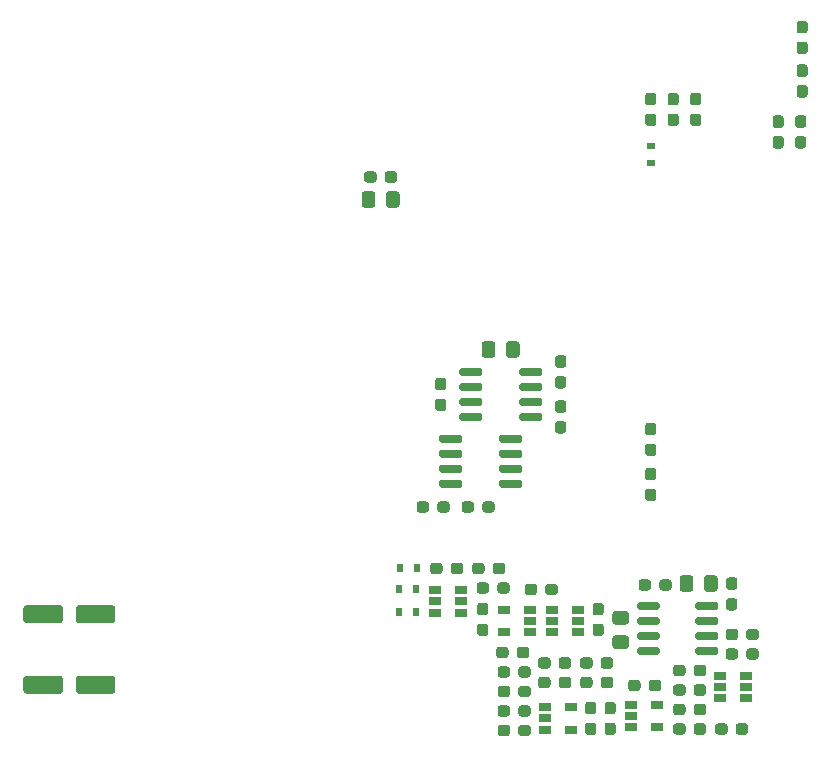
<source format=gbr>
%TF.GenerationSoftware,KiCad,Pcbnew,5.1.9-1.fc32*%
%TF.CreationDate,2021-04-18T22:57:20+02:00*%
%TF.ProjectId,energy-meter,656e6572-6779-42d6-9d65-7465722e6b69,rev?*%
%TF.SameCoordinates,Original*%
%TF.FileFunction,Paste,Top*%
%TF.FilePolarity,Positive*%
%FSLAX46Y46*%
G04 Gerber Fmt 4.6, Leading zero omitted, Abs format (unit mm)*
G04 Created by KiCad (PCBNEW 5.1.9-1.fc32) date 2021-04-18 22:57:20*
%MOMM*%
%LPD*%
G01*
G04 APERTURE LIST*
%ADD10R,0.600000X0.700000*%
%ADD11R,1.060000X0.650000*%
%ADD12R,0.700000X0.600000*%
G04 APERTURE END LIST*
D10*
%TO.C,D6*%
X147218000Y-140617000D03*
X148618000Y-140617000D03*
%TD*%
D11*
%TO.C,U12*%
X168980000Y-152174000D03*
X168980000Y-154074000D03*
X166780000Y-154074000D03*
X166780000Y-153124000D03*
X166780000Y-152174000D03*
%TD*%
%TO.C,U11*%
X176515000Y-150650000D03*
X176515000Y-149700000D03*
X176515000Y-151600000D03*
X174315000Y-151600000D03*
X174315000Y-150650000D03*
X174315000Y-149700000D03*
%TD*%
%TO.C,U10*%
X156027000Y-146012000D03*
X156027000Y-144112000D03*
X158227000Y-144112000D03*
X158227000Y-145062000D03*
X158227000Y-146012000D03*
%TD*%
%TO.C,U8*%
X152385000Y-143411000D03*
X152385000Y-142461000D03*
X152385000Y-144361000D03*
X150185000Y-144361000D03*
X150185000Y-143411000D03*
X150185000Y-142461000D03*
%TD*%
%TO.C,U7*%
G36*
G01*
X172216000Y-143942000D02*
X172216000Y-143642000D01*
G75*
G02*
X172366000Y-143492000I150000J0D01*
G01*
X174016000Y-143492000D01*
G75*
G02*
X174166000Y-143642000I0J-150000D01*
G01*
X174166000Y-143942000D01*
G75*
G02*
X174016000Y-144092000I-150000J0D01*
G01*
X172366000Y-144092000D01*
G75*
G02*
X172216000Y-143942000I0J150000D01*
G01*
G37*
G36*
G01*
X172216000Y-145212000D02*
X172216000Y-144912000D01*
G75*
G02*
X172366000Y-144762000I150000J0D01*
G01*
X174016000Y-144762000D01*
G75*
G02*
X174166000Y-144912000I0J-150000D01*
G01*
X174166000Y-145212000D01*
G75*
G02*
X174016000Y-145362000I-150000J0D01*
G01*
X172366000Y-145362000D01*
G75*
G02*
X172216000Y-145212000I0J150000D01*
G01*
G37*
G36*
G01*
X172216000Y-146482000D02*
X172216000Y-146182000D01*
G75*
G02*
X172366000Y-146032000I150000J0D01*
G01*
X174016000Y-146032000D01*
G75*
G02*
X174166000Y-146182000I0J-150000D01*
G01*
X174166000Y-146482000D01*
G75*
G02*
X174016000Y-146632000I-150000J0D01*
G01*
X172366000Y-146632000D01*
G75*
G02*
X172216000Y-146482000I0J150000D01*
G01*
G37*
G36*
G01*
X172216000Y-147752000D02*
X172216000Y-147452000D01*
G75*
G02*
X172366000Y-147302000I150000J0D01*
G01*
X174016000Y-147302000D01*
G75*
G02*
X174166000Y-147452000I0J-150000D01*
G01*
X174166000Y-147752000D01*
G75*
G02*
X174016000Y-147902000I-150000J0D01*
G01*
X172366000Y-147902000D01*
G75*
G02*
X172216000Y-147752000I0J150000D01*
G01*
G37*
G36*
G01*
X167266000Y-147752000D02*
X167266000Y-147452000D01*
G75*
G02*
X167416000Y-147302000I150000J0D01*
G01*
X169066000Y-147302000D01*
G75*
G02*
X169216000Y-147452000I0J-150000D01*
G01*
X169216000Y-147752000D01*
G75*
G02*
X169066000Y-147902000I-150000J0D01*
G01*
X167416000Y-147902000D01*
G75*
G02*
X167266000Y-147752000I0J150000D01*
G01*
G37*
G36*
G01*
X167266000Y-146482000D02*
X167266000Y-146182000D01*
G75*
G02*
X167416000Y-146032000I150000J0D01*
G01*
X169066000Y-146032000D01*
G75*
G02*
X169216000Y-146182000I0J-150000D01*
G01*
X169216000Y-146482000D01*
G75*
G02*
X169066000Y-146632000I-150000J0D01*
G01*
X167416000Y-146632000D01*
G75*
G02*
X167266000Y-146482000I0J150000D01*
G01*
G37*
G36*
G01*
X167266000Y-145212000D02*
X167266000Y-144912000D01*
G75*
G02*
X167416000Y-144762000I150000J0D01*
G01*
X169066000Y-144762000D01*
G75*
G02*
X169216000Y-144912000I0J-150000D01*
G01*
X169216000Y-145212000D01*
G75*
G02*
X169066000Y-145362000I-150000J0D01*
G01*
X167416000Y-145362000D01*
G75*
G02*
X167266000Y-145212000I0J150000D01*
G01*
G37*
G36*
G01*
X167266000Y-143942000D02*
X167266000Y-143642000D01*
G75*
G02*
X167416000Y-143492000I150000J0D01*
G01*
X169066000Y-143492000D01*
G75*
G02*
X169216000Y-143642000I0J-150000D01*
G01*
X169216000Y-143942000D01*
G75*
G02*
X169066000Y-144092000I-150000J0D01*
G01*
X167416000Y-144092000D01*
G75*
G02*
X167266000Y-143942000I0J150000D01*
G01*
G37*
%TD*%
%TO.C,R27*%
G36*
G01*
X175827000Y-145967500D02*
X175827000Y-146442500D01*
G75*
G02*
X175589500Y-146680000I-237500J0D01*
G01*
X175014500Y-146680000D01*
G75*
G02*
X174777000Y-146442500I0J237500D01*
G01*
X174777000Y-145967500D01*
G75*
G02*
X175014500Y-145730000I237500J0D01*
G01*
X175589500Y-145730000D01*
G75*
G02*
X175827000Y-145967500I0J-237500D01*
G01*
G37*
G36*
G01*
X177577000Y-145967500D02*
X177577000Y-146442500D01*
G75*
G02*
X177339500Y-146680000I-237500J0D01*
G01*
X176764500Y-146680000D01*
G75*
G02*
X176527000Y-146442500I0J237500D01*
G01*
X176527000Y-145967500D01*
G75*
G02*
X176764500Y-145730000I237500J0D01*
G01*
X177339500Y-145730000D01*
G75*
G02*
X177577000Y-145967500I0J-237500D01*
G01*
G37*
%TD*%
%TO.C,R26*%
G36*
G01*
X172082000Y-149490500D02*
X172082000Y-149015500D01*
G75*
G02*
X172319500Y-148778000I237500J0D01*
G01*
X172894500Y-148778000D01*
G75*
G02*
X173132000Y-149015500I0J-237500D01*
G01*
X173132000Y-149490500D01*
G75*
G02*
X172894500Y-149728000I-237500J0D01*
G01*
X172319500Y-149728000D01*
G75*
G02*
X172082000Y-149490500I0J237500D01*
G01*
G37*
G36*
G01*
X170332000Y-149490500D02*
X170332000Y-149015500D01*
G75*
G02*
X170569500Y-148778000I237500J0D01*
G01*
X171144500Y-148778000D01*
G75*
G02*
X171382000Y-149015500I0J-237500D01*
G01*
X171382000Y-149490500D01*
G75*
G02*
X171144500Y-149728000I-237500J0D01*
G01*
X170569500Y-149728000D01*
G75*
G02*
X170332000Y-149490500I0J237500D01*
G01*
G37*
%TD*%
%TO.C,R25*%
G36*
G01*
X172082000Y-151141500D02*
X172082000Y-150666500D01*
G75*
G02*
X172319500Y-150429000I237500J0D01*
G01*
X172894500Y-150429000D01*
G75*
G02*
X173132000Y-150666500I0J-237500D01*
G01*
X173132000Y-151141500D01*
G75*
G02*
X172894500Y-151379000I-237500J0D01*
G01*
X172319500Y-151379000D01*
G75*
G02*
X172082000Y-151141500I0J237500D01*
G01*
G37*
G36*
G01*
X170332000Y-151141500D02*
X170332000Y-150666500D01*
G75*
G02*
X170569500Y-150429000I237500J0D01*
G01*
X171144500Y-150429000D01*
G75*
G02*
X171382000Y-150666500I0J-237500D01*
G01*
X171382000Y-151141500D01*
G75*
G02*
X171144500Y-151379000I-237500J0D01*
G01*
X170569500Y-151379000D01*
G75*
G02*
X170332000Y-151141500I0J237500D01*
G01*
G37*
%TD*%
%TO.C,R24*%
G36*
G01*
X175638000Y-154443500D02*
X175638000Y-153968500D01*
G75*
G02*
X175875500Y-153731000I237500J0D01*
G01*
X176450500Y-153731000D01*
G75*
G02*
X176688000Y-153968500I0J-237500D01*
G01*
X176688000Y-154443500D01*
G75*
G02*
X176450500Y-154681000I-237500J0D01*
G01*
X175875500Y-154681000D01*
G75*
G02*
X175638000Y-154443500I0J237500D01*
G01*
G37*
G36*
G01*
X173888000Y-154443500D02*
X173888000Y-153968500D01*
G75*
G02*
X174125500Y-153731000I237500J0D01*
G01*
X174700500Y-153731000D01*
G75*
G02*
X174938000Y-153968500I0J-237500D01*
G01*
X174938000Y-154443500D01*
G75*
G02*
X174700500Y-154681000I-237500J0D01*
G01*
X174125500Y-154681000D01*
G75*
G02*
X173888000Y-154443500I0J237500D01*
G01*
G37*
%TD*%
%TO.C,R23*%
G36*
G01*
X165238500Y-152967000D02*
X164763500Y-152967000D01*
G75*
G02*
X164526000Y-152729500I0J237500D01*
G01*
X164526000Y-152154500D01*
G75*
G02*
X164763500Y-151917000I237500J0D01*
G01*
X165238500Y-151917000D01*
G75*
G02*
X165476000Y-152154500I0J-237500D01*
G01*
X165476000Y-152729500D01*
G75*
G02*
X165238500Y-152967000I-237500J0D01*
G01*
G37*
G36*
G01*
X165238500Y-154717000D02*
X164763500Y-154717000D01*
G75*
G02*
X164526000Y-154479500I0J237500D01*
G01*
X164526000Y-153904500D01*
G75*
G02*
X164763500Y-153667000I237500J0D01*
G01*
X165238500Y-153667000D01*
G75*
G02*
X165476000Y-153904500I0J-237500D01*
G01*
X165476000Y-154479500D01*
G75*
G02*
X165238500Y-154717000I-237500J0D01*
G01*
G37*
%TD*%
%TO.C,R22*%
G36*
G01*
X163508000Y-150031500D02*
X163508000Y-150506500D01*
G75*
G02*
X163270500Y-150744000I-237500J0D01*
G01*
X162695500Y-150744000D01*
G75*
G02*
X162458000Y-150506500I0J237500D01*
G01*
X162458000Y-150031500D01*
G75*
G02*
X162695500Y-149794000I237500J0D01*
G01*
X163270500Y-149794000D01*
G75*
G02*
X163508000Y-150031500I0J-237500D01*
G01*
G37*
G36*
G01*
X165258000Y-150031500D02*
X165258000Y-150506500D01*
G75*
G02*
X165020500Y-150744000I-237500J0D01*
G01*
X164445500Y-150744000D01*
G75*
G02*
X164208000Y-150506500I0J237500D01*
G01*
X164208000Y-150031500D01*
G75*
G02*
X164445500Y-149794000I237500J0D01*
G01*
X165020500Y-149794000D01*
G75*
G02*
X165258000Y-150031500I0J-237500D01*
G01*
G37*
%TD*%
%TO.C,R21*%
G36*
G01*
X159509000Y-142632500D02*
X159509000Y-142157500D01*
G75*
G02*
X159746500Y-141920000I237500J0D01*
G01*
X160321500Y-141920000D01*
G75*
G02*
X160559000Y-142157500I0J-237500D01*
G01*
X160559000Y-142632500D01*
G75*
G02*
X160321500Y-142870000I-237500J0D01*
G01*
X159746500Y-142870000D01*
G75*
G02*
X159509000Y-142632500I0J237500D01*
G01*
G37*
G36*
G01*
X157759000Y-142632500D02*
X157759000Y-142157500D01*
G75*
G02*
X157996500Y-141920000I237500J0D01*
G01*
X158571500Y-141920000D01*
G75*
G02*
X158809000Y-142157500I0J-237500D01*
G01*
X158809000Y-142632500D01*
G75*
G02*
X158571500Y-142870000I-237500J0D01*
G01*
X157996500Y-142870000D01*
G75*
G02*
X157759000Y-142632500I0J237500D01*
G01*
G37*
%TD*%
%TO.C,R20*%
G36*
G01*
X160652000Y-148855500D02*
X160652000Y-148380500D01*
G75*
G02*
X160889500Y-148143000I237500J0D01*
G01*
X161464500Y-148143000D01*
G75*
G02*
X161702000Y-148380500I0J-237500D01*
G01*
X161702000Y-148855500D01*
G75*
G02*
X161464500Y-149093000I-237500J0D01*
G01*
X160889500Y-149093000D01*
G75*
G02*
X160652000Y-148855500I0J237500D01*
G01*
G37*
G36*
G01*
X158902000Y-148855500D02*
X158902000Y-148380500D01*
G75*
G02*
X159139500Y-148143000I237500J0D01*
G01*
X159714500Y-148143000D01*
G75*
G02*
X159952000Y-148380500I0J-237500D01*
G01*
X159952000Y-148855500D01*
G75*
G02*
X159714500Y-149093000I-237500J0D01*
G01*
X159139500Y-149093000D01*
G75*
G02*
X158902000Y-148855500I0J237500D01*
G01*
G37*
%TD*%
%TO.C,R19*%
G36*
G01*
X154745000Y-142030500D02*
X154745000Y-142505500D01*
G75*
G02*
X154507500Y-142743000I-237500J0D01*
G01*
X153932500Y-142743000D01*
G75*
G02*
X153695000Y-142505500I0J237500D01*
G01*
X153695000Y-142030500D01*
G75*
G02*
X153932500Y-141793000I237500J0D01*
G01*
X154507500Y-141793000D01*
G75*
G02*
X154745000Y-142030500I0J-237500D01*
G01*
G37*
G36*
G01*
X156495000Y-142030500D02*
X156495000Y-142505500D01*
G75*
G02*
X156257500Y-142743000I-237500J0D01*
G01*
X155682500Y-142743000D01*
G75*
G02*
X155445000Y-142505500I0J237500D01*
G01*
X155445000Y-142030500D01*
G75*
G02*
X155682500Y-141793000I237500J0D01*
G01*
X156257500Y-141793000D01*
G75*
G02*
X156495000Y-142030500I0J-237500D01*
G01*
G37*
%TD*%
%TO.C,R18*%
G36*
G01*
X150808000Y-140379500D02*
X150808000Y-140854500D01*
G75*
G02*
X150570500Y-141092000I-237500J0D01*
G01*
X149995500Y-141092000D01*
G75*
G02*
X149758000Y-140854500I0J237500D01*
G01*
X149758000Y-140379500D01*
G75*
G02*
X149995500Y-140142000I237500J0D01*
G01*
X150570500Y-140142000D01*
G75*
G02*
X150808000Y-140379500I0J-237500D01*
G01*
G37*
G36*
G01*
X152558000Y-140379500D02*
X152558000Y-140854500D01*
G75*
G02*
X152320500Y-141092000I-237500J0D01*
G01*
X151745500Y-141092000D01*
G75*
G02*
X151508000Y-140854500I0J237500D01*
G01*
X151508000Y-140379500D01*
G75*
G02*
X151745500Y-140142000I237500J0D01*
G01*
X152320500Y-140142000D01*
G75*
G02*
X152558000Y-140379500I0J-237500D01*
G01*
G37*
%TD*%
%TO.C,R17*%
G36*
G01*
X164208000Y-148855500D02*
X164208000Y-148380500D01*
G75*
G02*
X164445500Y-148143000I237500J0D01*
G01*
X165020500Y-148143000D01*
G75*
G02*
X165258000Y-148380500I0J-237500D01*
G01*
X165258000Y-148855500D01*
G75*
G02*
X165020500Y-149093000I-237500J0D01*
G01*
X164445500Y-149093000D01*
G75*
G02*
X164208000Y-148855500I0J237500D01*
G01*
G37*
G36*
G01*
X162458000Y-148855500D02*
X162458000Y-148380500D01*
G75*
G02*
X162695500Y-148143000I237500J0D01*
G01*
X163270500Y-148143000D01*
G75*
G02*
X163508000Y-148380500I0J-237500D01*
G01*
X163508000Y-148855500D01*
G75*
G02*
X163270500Y-149093000I-237500J0D01*
G01*
X162695500Y-149093000D01*
G75*
G02*
X162458000Y-148855500I0J237500D01*
G01*
G37*
%TD*%
%TO.C,R16*%
G36*
G01*
X163112500Y-153667000D02*
X163587500Y-153667000D01*
G75*
G02*
X163825000Y-153904500I0J-237500D01*
G01*
X163825000Y-154479500D01*
G75*
G02*
X163587500Y-154717000I-237500J0D01*
G01*
X163112500Y-154717000D01*
G75*
G02*
X162875000Y-154479500I0J237500D01*
G01*
X162875000Y-153904500D01*
G75*
G02*
X163112500Y-153667000I237500J0D01*
G01*
G37*
G36*
G01*
X163112500Y-151917000D02*
X163587500Y-151917000D01*
G75*
G02*
X163825000Y-152154500I0J-237500D01*
G01*
X163825000Y-152729500D01*
G75*
G02*
X163587500Y-152967000I-237500J0D01*
G01*
X163112500Y-152967000D01*
G75*
G02*
X162875000Y-152729500I0J237500D01*
G01*
X162875000Y-152154500D01*
G75*
G02*
X163112500Y-151917000I237500J0D01*
G01*
G37*
%TD*%
%TO.C,R15*%
G36*
G01*
X156523000Y-154095500D02*
X156523000Y-154570500D01*
G75*
G02*
X156285500Y-154808000I-237500J0D01*
G01*
X155710500Y-154808000D01*
G75*
G02*
X155473000Y-154570500I0J237500D01*
G01*
X155473000Y-154095500D01*
G75*
G02*
X155710500Y-153858000I237500J0D01*
G01*
X156285500Y-153858000D01*
G75*
G02*
X156523000Y-154095500I0J-237500D01*
G01*
G37*
G36*
G01*
X158273000Y-154095500D02*
X158273000Y-154570500D01*
G75*
G02*
X158035500Y-154808000I-237500J0D01*
G01*
X157460500Y-154808000D01*
G75*
G02*
X157223000Y-154570500I0J237500D01*
G01*
X157223000Y-154095500D01*
G75*
G02*
X157460500Y-153858000I237500J0D01*
G01*
X158035500Y-153858000D01*
G75*
G02*
X158273000Y-154095500I0J-237500D01*
G01*
G37*
%TD*%
%TO.C,R14*%
G36*
G01*
X157223000Y-151268500D02*
X157223000Y-150793500D01*
G75*
G02*
X157460500Y-150556000I237500J0D01*
G01*
X158035500Y-150556000D01*
G75*
G02*
X158273000Y-150793500I0J-237500D01*
G01*
X158273000Y-151268500D01*
G75*
G02*
X158035500Y-151506000I-237500J0D01*
G01*
X157460500Y-151506000D01*
G75*
G02*
X157223000Y-151268500I0J237500D01*
G01*
G37*
G36*
G01*
X155473000Y-151268500D02*
X155473000Y-150793500D01*
G75*
G02*
X155710500Y-150556000I237500J0D01*
G01*
X156285500Y-150556000D01*
G75*
G02*
X156523000Y-150793500I0J-237500D01*
G01*
X156523000Y-151268500D01*
G75*
G02*
X156285500Y-151506000I-237500J0D01*
G01*
X155710500Y-151506000D01*
G75*
G02*
X155473000Y-151268500I0J237500D01*
G01*
G37*
%TD*%
%TO.C,R13*%
G36*
G01*
X156523000Y-149142500D02*
X156523000Y-149617500D01*
G75*
G02*
X156285500Y-149855000I-237500J0D01*
G01*
X155710500Y-149855000D01*
G75*
G02*
X155473000Y-149617500I0J237500D01*
G01*
X155473000Y-149142500D01*
G75*
G02*
X155710500Y-148905000I237500J0D01*
G01*
X156285500Y-148905000D01*
G75*
G02*
X156523000Y-149142500I0J-237500D01*
G01*
G37*
G36*
G01*
X158273000Y-149142500D02*
X158273000Y-149617500D01*
G75*
G02*
X158035500Y-149855000I-237500J0D01*
G01*
X157460500Y-149855000D01*
G75*
G02*
X157223000Y-149617500I0J237500D01*
G01*
X157223000Y-149142500D01*
G75*
G02*
X157460500Y-148905000I237500J0D01*
G01*
X158035500Y-148905000D01*
G75*
G02*
X158273000Y-149142500I0J-237500D01*
G01*
G37*
%TD*%
%TO.C,FB1*%
G36*
G01*
X175525500Y-142426000D02*
X175050500Y-142426000D01*
G75*
G02*
X174813000Y-142188500I0J237500D01*
G01*
X174813000Y-141613500D01*
G75*
G02*
X175050500Y-141376000I237500J0D01*
G01*
X175525500Y-141376000D01*
G75*
G02*
X175763000Y-141613500I0J-237500D01*
G01*
X175763000Y-142188500D01*
G75*
G02*
X175525500Y-142426000I-237500J0D01*
G01*
G37*
G36*
G01*
X175525500Y-144176000D02*
X175050500Y-144176000D01*
G75*
G02*
X174813000Y-143938500I0J237500D01*
G01*
X174813000Y-143363500D01*
G75*
G02*
X175050500Y-143126000I237500J0D01*
G01*
X175525500Y-143126000D01*
G75*
G02*
X175763000Y-143363500I0J-237500D01*
G01*
X175763000Y-143938500D01*
G75*
G02*
X175525500Y-144176000I-237500J0D01*
G01*
G37*
%TD*%
%TO.C,C19*%
G36*
G01*
X171382000Y-153968500D02*
X171382000Y-154443500D01*
G75*
G02*
X171144500Y-154681000I-237500J0D01*
G01*
X170569500Y-154681000D01*
G75*
G02*
X170332000Y-154443500I0J237500D01*
G01*
X170332000Y-153968500D01*
G75*
G02*
X170569500Y-153731000I237500J0D01*
G01*
X171144500Y-153731000D01*
G75*
G02*
X171382000Y-153968500I0J-237500D01*
G01*
G37*
G36*
G01*
X173132000Y-153968500D02*
X173132000Y-154443500D01*
G75*
G02*
X172894500Y-154681000I-237500J0D01*
G01*
X172319500Y-154681000D01*
G75*
G02*
X172082000Y-154443500I0J237500D01*
G01*
X172082000Y-153968500D01*
G75*
G02*
X172319500Y-153731000I237500J0D01*
G01*
X172894500Y-153731000D01*
G75*
G02*
X173132000Y-153968500I0J-237500D01*
G01*
G37*
%TD*%
%TO.C,C18*%
G36*
G01*
X171382000Y-152317500D02*
X171382000Y-152792500D01*
G75*
G02*
X171144500Y-153030000I-237500J0D01*
G01*
X170569500Y-153030000D01*
G75*
G02*
X170332000Y-152792500I0J237500D01*
G01*
X170332000Y-152317500D01*
G75*
G02*
X170569500Y-152080000I237500J0D01*
G01*
X171144500Y-152080000D01*
G75*
G02*
X171382000Y-152317500I0J-237500D01*
G01*
G37*
G36*
G01*
X173132000Y-152317500D02*
X173132000Y-152792500D01*
G75*
G02*
X172894500Y-153030000I-237500J0D01*
G01*
X172319500Y-153030000D01*
G75*
G02*
X172082000Y-152792500I0J237500D01*
G01*
X172082000Y-152317500D01*
G75*
G02*
X172319500Y-152080000I237500J0D01*
G01*
X172894500Y-152080000D01*
G75*
G02*
X173132000Y-152317500I0J-237500D01*
G01*
G37*
%TD*%
%TO.C,C17*%
G36*
G01*
X167572000Y-150285500D02*
X167572000Y-150760500D01*
G75*
G02*
X167334500Y-150998000I-237500J0D01*
G01*
X166759500Y-150998000D01*
G75*
G02*
X166522000Y-150760500I0J237500D01*
G01*
X166522000Y-150285500D01*
G75*
G02*
X166759500Y-150048000I237500J0D01*
G01*
X167334500Y-150048000D01*
G75*
G02*
X167572000Y-150285500I0J-237500D01*
G01*
G37*
G36*
G01*
X169322000Y-150285500D02*
X169322000Y-150760500D01*
G75*
G02*
X169084500Y-150998000I-237500J0D01*
G01*
X168509500Y-150998000D01*
G75*
G02*
X168272000Y-150760500I0J237500D01*
G01*
X168272000Y-150285500D01*
G75*
G02*
X168509500Y-150048000I237500J0D01*
G01*
X169084500Y-150048000D01*
G75*
G02*
X169322000Y-150285500I0J-237500D01*
G01*
G37*
%TD*%
%TO.C,C16*%
G36*
G01*
X175827000Y-147618500D02*
X175827000Y-148093500D01*
G75*
G02*
X175589500Y-148331000I-237500J0D01*
G01*
X175014500Y-148331000D01*
G75*
G02*
X174777000Y-148093500I0J237500D01*
G01*
X174777000Y-147618500D01*
G75*
G02*
X175014500Y-147381000I237500J0D01*
G01*
X175589500Y-147381000D01*
G75*
G02*
X175827000Y-147618500I0J-237500D01*
G01*
G37*
G36*
G01*
X177577000Y-147618500D02*
X177577000Y-148093500D01*
G75*
G02*
X177339500Y-148331000I-237500J0D01*
G01*
X176764500Y-148331000D01*
G75*
G02*
X176527000Y-148093500I0J237500D01*
G01*
X176527000Y-147618500D01*
G75*
G02*
X176764500Y-147381000I237500J0D01*
G01*
X177339500Y-147381000D01*
G75*
G02*
X177577000Y-147618500I0J-237500D01*
G01*
G37*
%TD*%
%TO.C,C15*%
G36*
G01*
X153968500Y-145285000D02*
X154443500Y-145285000D01*
G75*
G02*
X154681000Y-145522500I0J-237500D01*
G01*
X154681000Y-146097500D01*
G75*
G02*
X154443500Y-146335000I-237500J0D01*
G01*
X153968500Y-146335000D01*
G75*
G02*
X153731000Y-146097500I0J237500D01*
G01*
X153731000Y-145522500D01*
G75*
G02*
X153968500Y-145285000I237500J0D01*
G01*
G37*
G36*
G01*
X153968500Y-143535000D02*
X154443500Y-143535000D01*
G75*
G02*
X154681000Y-143772500I0J-237500D01*
G01*
X154681000Y-144347500D01*
G75*
G02*
X154443500Y-144585000I-237500J0D01*
G01*
X153968500Y-144585000D01*
G75*
G02*
X153731000Y-144347500I0J237500D01*
G01*
X153731000Y-143772500D01*
G75*
G02*
X153968500Y-143535000I237500J0D01*
G01*
G37*
%TD*%
%TO.C,C14*%
G36*
G01*
X157096000Y-147966500D02*
X157096000Y-147491500D01*
G75*
G02*
X157333500Y-147254000I237500J0D01*
G01*
X157908500Y-147254000D01*
G75*
G02*
X158146000Y-147491500I0J-237500D01*
G01*
X158146000Y-147966500D01*
G75*
G02*
X157908500Y-148204000I-237500J0D01*
G01*
X157333500Y-148204000D01*
G75*
G02*
X157096000Y-147966500I0J237500D01*
G01*
G37*
G36*
G01*
X155346000Y-147966500D02*
X155346000Y-147491500D01*
G75*
G02*
X155583500Y-147254000I237500J0D01*
G01*
X156158500Y-147254000D01*
G75*
G02*
X156396000Y-147491500I0J-237500D01*
G01*
X156396000Y-147966500D01*
G75*
G02*
X156158500Y-148204000I-237500J0D01*
G01*
X155583500Y-148204000D01*
G75*
G02*
X155346000Y-147966500I0J237500D01*
G01*
G37*
%TD*%
%TO.C,C13*%
G36*
G01*
X155064000Y-140854500D02*
X155064000Y-140379500D01*
G75*
G02*
X155301500Y-140142000I237500J0D01*
G01*
X155876500Y-140142000D01*
G75*
G02*
X156114000Y-140379500I0J-237500D01*
G01*
X156114000Y-140854500D01*
G75*
G02*
X155876500Y-141092000I-237500J0D01*
G01*
X155301500Y-141092000D01*
G75*
G02*
X155064000Y-140854500I0J237500D01*
G01*
G37*
G36*
G01*
X153314000Y-140854500D02*
X153314000Y-140379500D01*
G75*
G02*
X153551500Y-140142000I237500J0D01*
G01*
X154126500Y-140142000D01*
G75*
G02*
X154364000Y-140379500I0J-237500D01*
G01*
X154364000Y-140854500D01*
G75*
G02*
X154126500Y-141092000I-237500J0D01*
G01*
X153551500Y-141092000D01*
G75*
G02*
X153314000Y-140854500I0J237500D01*
G01*
G37*
%TD*%
%TO.C,C12*%
G36*
G01*
X164222500Y-144585000D02*
X163747500Y-144585000D01*
G75*
G02*
X163510000Y-144347500I0J237500D01*
G01*
X163510000Y-143772500D01*
G75*
G02*
X163747500Y-143535000I237500J0D01*
G01*
X164222500Y-143535000D01*
G75*
G02*
X164460000Y-143772500I0J-237500D01*
G01*
X164460000Y-144347500D01*
G75*
G02*
X164222500Y-144585000I-237500J0D01*
G01*
G37*
G36*
G01*
X164222500Y-146335000D02*
X163747500Y-146335000D01*
G75*
G02*
X163510000Y-146097500I0J237500D01*
G01*
X163510000Y-145522500D01*
G75*
G02*
X163747500Y-145285000I237500J0D01*
G01*
X164222500Y-145285000D01*
G75*
G02*
X164460000Y-145522500I0J-237500D01*
G01*
X164460000Y-146097500D01*
G75*
G02*
X164222500Y-146335000I-237500J0D01*
G01*
G37*
%TD*%
%TO.C,C11*%
G36*
G01*
X165439999Y-146274000D02*
X166340001Y-146274000D01*
G75*
G02*
X166590000Y-146523999I0J-249999D01*
G01*
X166590000Y-147174001D01*
G75*
G02*
X166340001Y-147424000I-249999J0D01*
G01*
X165439999Y-147424000D01*
G75*
G02*
X165190000Y-147174001I0J249999D01*
G01*
X165190000Y-146523999D01*
G75*
G02*
X165439999Y-146274000I249999J0D01*
G01*
G37*
G36*
G01*
X165439999Y-144224000D02*
X166340001Y-144224000D01*
G75*
G02*
X166590000Y-144473999I0J-249999D01*
G01*
X166590000Y-145124001D01*
G75*
G02*
X166340001Y-145374000I-249999J0D01*
G01*
X165439999Y-145374000D01*
G75*
G02*
X165190000Y-145124001I0J249999D01*
G01*
X165190000Y-144473999D01*
G75*
G02*
X165439999Y-144224000I249999J0D01*
G01*
G37*
%TD*%
%TO.C,C10*%
G36*
G01*
X169161000Y-142251500D02*
X169161000Y-141776500D01*
G75*
G02*
X169398500Y-141539000I237500J0D01*
G01*
X169973500Y-141539000D01*
G75*
G02*
X170211000Y-141776500I0J-237500D01*
G01*
X170211000Y-142251500D01*
G75*
G02*
X169973500Y-142489000I-237500J0D01*
G01*
X169398500Y-142489000D01*
G75*
G02*
X169161000Y-142251500I0J237500D01*
G01*
G37*
G36*
G01*
X167411000Y-142251500D02*
X167411000Y-141776500D01*
G75*
G02*
X167648500Y-141539000I237500J0D01*
G01*
X168223500Y-141539000D01*
G75*
G02*
X168461000Y-141776500I0J-237500D01*
G01*
X168461000Y-142251500D01*
G75*
G02*
X168223500Y-142489000I-237500J0D01*
G01*
X167648500Y-142489000D01*
G75*
G02*
X167411000Y-142251500I0J237500D01*
G01*
G37*
%TD*%
%TO.C,C9*%
G36*
G01*
X159952000Y-150031500D02*
X159952000Y-150506500D01*
G75*
G02*
X159714500Y-150744000I-237500J0D01*
G01*
X159139500Y-150744000D01*
G75*
G02*
X158902000Y-150506500I0J237500D01*
G01*
X158902000Y-150031500D01*
G75*
G02*
X159139500Y-149794000I237500J0D01*
G01*
X159714500Y-149794000D01*
G75*
G02*
X159952000Y-150031500I0J-237500D01*
G01*
G37*
G36*
G01*
X161702000Y-150031500D02*
X161702000Y-150506500D01*
G75*
G02*
X161464500Y-150744000I-237500J0D01*
G01*
X160889500Y-150744000D01*
G75*
G02*
X160652000Y-150506500I0J237500D01*
G01*
X160652000Y-150031500D01*
G75*
G02*
X160889500Y-149794000I237500J0D01*
G01*
X161464500Y-149794000D01*
G75*
G02*
X161702000Y-150031500I0J-237500D01*
G01*
G37*
%TD*%
%TO.C,C8*%
G36*
G01*
X156523000Y-152444500D02*
X156523000Y-152919500D01*
G75*
G02*
X156285500Y-153157000I-237500J0D01*
G01*
X155710500Y-153157000D01*
G75*
G02*
X155473000Y-152919500I0J237500D01*
G01*
X155473000Y-152444500D01*
G75*
G02*
X155710500Y-152207000I237500J0D01*
G01*
X156285500Y-152207000D01*
G75*
G02*
X156523000Y-152444500I0J-237500D01*
G01*
G37*
G36*
G01*
X158273000Y-152444500D02*
X158273000Y-152919500D01*
G75*
G02*
X158035500Y-153157000I-237500J0D01*
G01*
X157460500Y-153157000D01*
G75*
G02*
X157223000Y-152919500I0J237500D01*
G01*
X157223000Y-152444500D01*
G75*
G02*
X157460500Y-152207000I237500J0D01*
G01*
X158035500Y-152207000D01*
G75*
G02*
X158273000Y-152444500I0J-237500D01*
G01*
G37*
%TD*%
%TO.C,C7*%
G36*
G01*
X172044000Y-141436999D02*
X172044000Y-142337001D01*
G75*
G02*
X171794001Y-142587000I-249999J0D01*
G01*
X171143999Y-142587000D01*
G75*
G02*
X170894000Y-142337001I0J249999D01*
G01*
X170894000Y-141436999D01*
G75*
G02*
X171143999Y-141187000I249999J0D01*
G01*
X171794001Y-141187000D01*
G75*
G02*
X172044000Y-141436999I0J-249999D01*
G01*
G37*
G36*
G01*
X174094000Y-141436999D02*
X174094000Y-142337001D01*
G75*
G02*
X173844001Y-142587000I-249999J0D01*
G01*
X173193999Y-142587000D01*
G75*
G02*
X172944000Y-142337001I0J249999D01*
G01*
X172944000Y-141436999D01*
G75*
G02*
X173193999Y-141187000I249999J0D01*
G01*
X173844001Y-141187000D01*
G75*
G02*
X174094000Y-141436999I0J-249999D01*
G01*
G37*
%TD*%
%TO.C,U6*%
G36*
G01*
X155600000Y-129792500D02*
X155600000Y-129467500D01*
G75*
G02*
X155762500Y-129305000I162500J0D01*
G01*
X157412500Y-129305000D01*
G75*
G02*
X157575000Y-129467500I0J-162500D01*
G01*
X157575000Y-129792500D01*
G75*
G02*
X157412500Y-129955000I-162500J0D01*
G01*
X155762500Y-129955000D01*
G75*
G02*
X155600000Y-129792500I0J162500D01*
G01*
G37*
G36*
G01*
X155600000Y-131062500D02*
X155600000Y-130737500D01*
G75*
G02*
X155762500Y-130575000I162500J0D01*
G01*
X157412500Y-130575000D01*
G75*
G02*
X157575000Y-130737500I0J-162500D01*
G01*
X157575000Y-131062500D01*
G75*
G02*
X157412500Y-131225000I-162500J0D01*
G01*
X155762500Y-131225000D01*
G75*
G02*
X155600000Y-131062500I0J162500D01*
G01*
G37*
G36*
G01*
X155600000Y-132332500D02*
X155600000Y-132007500D01*
G75*
G02*
X155762500Y-131845000I162500J0D01*
G01*
X157412500Y-131845000D01*
G75*
G02*
X157575000Y-132007500I0J-162500D01*
G01*
X157575000Y-132332500D01*
G75*
G02*
X157412500Y-132495000I-162500J0D01*
G01*
X155762500Y-132495000D01*
G75*
G02*
X155600000Y-132332500I0J162500D01*
G01*
G37*
G36*
G01*
X155600000Y-133602500D02*
X155600000Y-133277500D01*
G75*
G02*
X155762500Y-133115000I162500J0D01*
G01*
X157412500Y-133115000D01*
G75*
G02*
X157575000Y-133277500I0J-162500D01*
G01*
X157575000Y-133602500D01*
G75*
G02*
X157412500Y-133765000I-162500J0D01*
G01*
X155762500Y-133765000D01*
G75*
G02*
X155600000Y-133602500I0J162500D01*
G01*
G37*
G36*
G01*
X150525000Y-133602500D02*
X150525000Y-133277500D01*
G75*
G02*
X150687500Y-133115000I162500J0D01*
G01*
X152337500Y-133115000D01*
G75*
G02*
X152500000Y-133277500I0J-162500D01*
G01*
X152500000Y-133602500D01*
G75*
G02*
X152337500Y-133765000I-162500J0D01*
G01*
X150687500Y-133765000D01*
G75*
G02*
X150525000Y-133602500I0J162500D01*
G01*
G37*
G36*
G01*
X150525000Y-132332500D02*
X150525000Y-132007500D01*
G75*
G02*
X150687500Y-131845000I162500J0D01*
G01*
X152337500Y-131845000D01*
G75*
G02*
X152500000Y-132007500I0J-162500D01*
G01*
X152500000Y-132332500D01*
G75*
G02*
X152337500Y-132495000I-162500J0D01*
G01*
X150687500Y-132495000D01*
G75*
G02*
X150525000Y-132332500I0J162500D01*
G01*
G37*
G36*
G01*
X150525000Y-131062500D02*
X150525000Y-130737500D01*
G75*
G02*
X150687500Y-130575000I162500J0D01*
G01*
X152337500Y-130575000D01*
G75*
G02*
X152500000Y-130737500I0J-162500D01*
G01*
X152500000Y-131062500D01*
G75*
G02*
X152337500Y-131225000I-162500J0D01*
G01*
X150687500Y-131225000D01*
G75*
G02*
X150525000Y-131062500I0J162500D01*
G01*
G37*
G36*
G01*
X150525000Y-129792500D02*
X150525000Y-129467500D01*
G75*
G02*
X150687500Y-129305000I162500J0D01*
G01*
X152337500Y-129305000D01*
G75*
G02*
X152500000Y-129467500I0J-162500D01*
G01*
X152500000Y-129792500D01*
G75*
G02*
X152337500Y-129955000I-162500J0D01*
G01*
X150687500Y-129955000D01*
G75*
G02*
X150525000Y-129792500I0J162500D01*
G01*
G37*
%TD*%
%TO.C,R12*%
G36*
G01*
X150365000Y-135647500D02*
X150365000Y-135172500D01*
G75*
G02*
X150602500Y-134935000I237500J0D01*
G01*
X151177500Y-134935000D01*
G75*
G02*
X151415000Y-135172500I0J-237500D01*
G01*
X151415000Y-135647500D01*
G75*
G02*
X151177500Y-135885000I-237500J0D01*
G01*
X150602500Y-135885000D01*
G75*
G02*
X150365000Y-135647500I0J237500D01*
G01*
G37*
G36*
G01*
X148615000Y-135647500D02*
X148615000Y-135172500D01*
G75*
G02*
X148852500Y-134935000I237500J0D01*
G01*
X149427500Y-134935000D01*
G75*
G02*
X149665000Y-135172500I0J-237500D01*
G01*
X149665000Y-135647500D01*
G75*
G02*
X149427500Y-135885000I-237500J0D01*
G01*
X148852500Y-135885000D01*
G75*
G02*
X148615000Y-135647500I0J237500D01*
G01*
G37*
%TD*%
%TO.C,R11*%
G36*
G01*
X168667500Y-133155000D02*
X168192500Y-133155000D01*
G75*
G02*
X167955000Y-132917500I0J237500D01*
G01*
X167955000Y-132342500D01*
G75*
G02*
X168192500Y-132105000I237500J0D01*
G01*
X168667500Y-132105000D01*
G75*
G02*
X168905000Y-132342500I0J-237500D01*
G01*
X168905000Y-132917500D01*
G75*
G02*
X168667500Y-133155000I-237500J0D01*
G01*
G37*
G36*
G01*
X168667500Y-134905000D02*
X168192500Y-134905000D01*
G75*
G02*
X167955000Y-134667500I0J237500D01*
G01*
X167955000Y-134092500D01*
G75*
G02*
X168192500Y-133855000I237500J0D01*
G01*
X168667500Y-133855000D01*
G75*
G02*
X168905000Y-134092500I0J-237500D01*
G01*
X168905000Y-134667500D01*
G75*
G02*
X168667500Y-134905000I-237500J0D01*
G01*
G37*
%TD*%
%TO.C,R10*%
G36*
G01*
X168667500Y-129345000D02*
X168192500Y-129345000D01*
G75*
G02*
X167955000Y-129107500I0J237500D01*
G01*
X167955000Y-128532500D01*
G75*
G02*
X168192500Y-128295000I237500J0D01*
G01*
X168667500Y-128295000D01*
G75*
G02*
X168905000Y-128532500I0J-237500D01*
G01*
X168905000Y-129107500D01*
G75*
G02*
X168667500Y-129345000I-237500J0D01*
G01*
G37*
G36*
G01*
X168667500Y-131095000D02*
X168192500Y-131095000D01*
G75*
G02*
X167955000Y-130857500I0J237500D01*
G01*
X167955000Y-130282500D01*
G75*
G02*
X168192500Y-130045000I237500J0D01*
G01*
X168667500Y-130045000D01*
G75*
G02*
X168905000Y-130282500I0J-237500D01*
G01*
X168905000Y-130857500D01*
G75*
G02*
X168667500Y-131095000I-237500J0D01*
G01*
G37*
%TD*%
%TO.C,C6*%
G36*
G01*
X154175000Y-135647500D02*
X154175000Y-135172500D01*
G75*
G02*
X154412500Y-134935000I237500J0D01*
G01*
X154987500Y-134935000D01*
G75*
G02*
X155225000Y-135172500I0J-237500D01*
G01*
X155225000Y-135647500D01*
G75*
G02*
X154987500Y-135885000I-237500J0D01*
G01*
X154412500Y-135885000D01*
G75*
G02*
X154175000Y-135647500I0J237500D01*
G01*
G37*
G36*
G01*
X152425000Y-135647500D02*
X152425000Y-135172500D01*
G75*
G02*
X152662500Y-134935000I237500J0D01*
G01*
X153237500Y-134935000D01*
G75*
G02*
X153475000Y-135172500I0J-237500D01*
G01*
X153475000Y-135647500D01*
G75*
G02*
X153237500Y-135885000I-237500J0D01*
G01*
X152662500Y-135885000D01*
G75*
G02*
X152425000Y-135647500I0J237500D01*
G01*
G37*
%TD*%
%TO.C,R9*%
G36*
G01*
X122865001Y-145250000D02*
X120014999Y-145250000D01*
G75*
G02*
X119765000Y-145000001I0J249999D01*
G01*
X119765000Y-143974999D01*
G75*
G02*
X120014999Y-143725000I249999J0D01*
G01*
X122865001Y-143725000D01*
G75*
G02*
X123115000Y-143974999I0J-249999D01*
G01*
X123115000Y-145000001D01*
G75*
G02*
X122865001Y-145250000I-249999J0D01*
G01*
G37*
G36*
G01*
X122865001Y-151225000D02*
X120014999Y-151225000D01*
G75*
G02*
X119765000Y-150975001I0J249999D01*
G01*
X119765000Y-149949999D01*
G75*
G02*
X120014999Y-149700000I249999J0D01*
G01*
X122865001Y-149700000D01*
G75*
G02*
X123115000Y-149949999I0J-249999D01*
G01*
X123115000Y-150975001D01*
G75*
G02*
X122865001Y-151225000I-249999J0D01*
G01*
G37*
%TD*%
%TO.C,U3*%
X162291000Y-145062000D03*
X162291000Y-144112000D03*
X162291000Y-146012000D03*
X160091000Y-146012000D03*
X160091000Y-145062000D03*
X160091000Y-144112000D03*
%TD*%
%TO.C,U2*%
X161656000Y-152367000D03*
X161656000Y-154267000D03*
X159456000Y-154267000D03*
X159456000Y-153317000D03*
X159456000Y-152367000D03*
%TD*%
D10*
%TO.C,D9*%
X147156000Y-142395000D03*
X148556000Y-142395000D03*
%TD*%
%TO.C,D8*%
X147156000Y-144300000D03*
X148556000Y-144300000D03*
%TD*%
%TO.C,R7*%
G36*
G01*
X161047500Y-127440000D02*
X160572500Y-127440000D01*
G75*
G02*
X160335000Y-127202500I0J237500D01*
G01*
X160335000Y-126627500D01*
G75*
G02*
X160572500Y-126390000I237500J0D01*
G01*
X161047500Y-126390000D01*
G75*
G02*
X161285000Y-126627500I0J-237500D01*
G01*
X161285000Y-127202500D01*
G75*
G02*
X161047500Y-127440000I-237500J0D01*
G01*
G37*
G36*
G01*
X161047500Y-129190000D02*
X160572500Y-129190000D01*
G75*
G02*
X160335000Y-128952500I0J237500D01*
G01*
X160335000Y-128377500D01*
G75*
G02*
X160572500Y-128140000I237500J0D01*
G01*
X161047500Y-128140000D01*
G75*
G02*
X161285000Y-128377500I0J-237500D01*
G01*
X161285000Y-128952500D01*
G75*
G02*
X161047500Y-129190000I-237500J0D01*
G01*
G37*
%TD*%
%TO.C,R6*%
G36*
G01*
X160572500Y-124330000D02*
X161047500Y-124330000D01*
G75*
G02*
X161285000Y-124567500I0J-237500D01*
G01*
X161285000Y-125142500D01*
G75*
G02*
X161047500Y-125380000I-237500J0D01*
G01*
X160572500Y-125380000D01*
G75*
G02*
X160335000Y-125142500I0J237500D01*
G01*
X160335000Y-124567500D01*
G75*
G02*
X160572500Y-124330000I237500J0D01*
G01*
G37*
G36*
G01*
X160572500Y-122580000D02*
X161047500Y-122580000D01*
G75*
G02*
X161285000Y-122817500I0J-237500D01*
G01*
X161285000Y-123392500D01*
G75*
G02*
X161047500Y-123630000I-237500J0D01*
G01*
X160572500Y-123630000D01*
G75*
G02*
X160335000Y-123392500I0J237500D01*
G01*
X160335000Y-122817500D01*
G75*
G02*
X160572500Y-122580000I237500J0D01*
G01*
G37*
%TD*%
%TO.C,R5*%
G36*
G01*
X118420001Y-145250000D02*
X115569999Y-145250000D01*
G75*
G02*
X115320000Y-145000001I0J249999D01*
G01*
X115320000Y-143974999D01*
G75*
G02*
X115569999Y-143725000I249999J0D01*
G01*
X118420001Y-143725000D01*
G75*
G02*
X118670000Y-143974999I0J-249999D01*
G01*
X118670000Y-145000001D01*
G75*
G02*
X118420001Y-145250000I-249999J0D01*
G01*
G37*
G36*
G01*
X118420001Y-151225000D02*
X115569999Y-151225000D01*
G75*
G02*
X115320000Y-150975001I0J249999D01*
G01*
X115320000Y-149949999D01*
G75*
G02*
X115569999Y-149700000I249999J0D01*
G01*
X118420001Y-149700000D01*
G75*
G02*
X118670000Y-149949999I0J-249999D01*
G01*
X118670000Y-150975001D01*
G75*
G02*
X118420001Y-151225000I-249999J0D01*
G01*
G37*
%TD*%
D12*
%TO.C,D5*%
X168430000Y-104865000D03*
X168430000Y-106265000D03*
%TD*%
%TO.C,C5*%
G36*
G01*
X146020000Y-109825001D02*
X146020000Y-108924999D01*
G75*
G02*
X146269999Y-108675000I249999J0D01*
G01*
X146920001Y-108675000D01*
G75*
G02*
X147170000Y-108924999I0J-249999D01*
G01*
X147170000Y-109825001D01*
G75*
G02*
X146920001Y-110075000I-249999J0D01*
G01*
X146269999Y-110075000D01*
G75*
G02*
X146020000Y-109825001I0J249999D01*
G01*
G37*
G36*
G01*
X143970000Y-109825001D02*
X143970000Y-108924999D01*
G75*
G02*
X144219999Y-108675000I249999J0D01*
G01*
X144870001Y-108675000D01*
G75*
G02*
X145120000Y-108924999I0J-249999D01*
G01*
X145120000Y-109825001D01*
G75*
G02*
X144870001Y-110075000I-249999J0D01*
G01*
X144219999Y-110075000D01*
G75*
G02*
X143970000Y-109825001I0J249999D01*
G01*
G37*
%TD*%
%TO.C,U1*%
G36*
G01*
X157280000Y-124142500D02*
X157280000Y-123817500D01*
G75*
G02*
X157442500Y-123655000I162500J0D01*
G01*
X159092500Y-123655000D01*
G75*
G02*
X159255000Y-123817500I0J-162500D01*
G01*
X159255000Y-124142500D01*
G75*
G02*
X159092500Y-124305000I-162500J0D01*
G01*
X157442500Y-124305000D01*
G75*
G02*
X157280000Y-124142500I0J162500D01*
G01*
G37*
G36*
G01*
X157280000Y-125412500D02*
X157280000Y-125087500D01*
G75*
G02*
X157442500Y-124925000I162500J0D01*
G01*
X159092500Y-124925000D01*
G75*
G02*
X159255000Y-125087500I0J-162500D01*
G01*
X159255000Y-125412500D01*
G75*
G02*
X159092500Y-125575000I-162500J0D01*
G01*
X157442500Y-125575000D01*
G75*
G02*
X157280000Y-125412500I0J162500D01*
G01*
G37*
G36*
G01*
X157280000Y-126682500D02*
X157280000Y-126357500D01*
G75*
G02*
X157442500Y-126195000I162500J0D01*
G01*
X159092500Y-126195000D01*
G75*
G02*
X159255000Y-126357500I0J-162500D01*
G01*
X159255000Y-126682500D01*
G75*
G02*
X159092500Y-126845000I-162500J0D01*
G01*
X157442500Y-126845000D01*
G75*
G02*
X157280000Y-126682500I0J162500D01*
G01*
G37*
G36*
G01*
X157280000Y-127952500D02*
X157280000Y-127627500D01*
G75*
G02*
X157442500Y-127465000I162500J0D01*
G01*
X159092500Y-127465000D01*
G75*
G02*
X159255000Y-127627500I0J-162500D01*
G01*
X159255000Y-127952500D01*
G75*
G02*
X159092500Y-128115000I-162500J0D01*
G01*
X157442500Y-128115000D01*
G75*
G02*
X157280000Y-127952500I0J162500D01*
G01*
G37*
G36*
G01*
X152205000Y-127952500D02*
X152205000Y-127627500D01*
G75*
G02*
X152367500Y-127465000I162500J0D01*
G01*
X154017500Y-127465000D01*
G75*
G02*
X154180000Y-127627500I0J-162500D01*
G01*
X154180000Y-127952500D01*
G75*
G02*
X154017500Y-128115000I-162500J0D01*
G01*
X152367500Y-128115000D01*
G75*
G02*
X152205000Y-127952500I0J162500D01*
G01*
G37*
G36*
G01*
X152205000Y-126682500D02*
X152205000Y-126357500D01*
G75*
G02*
X152367500Y-126195000I162500J0D01*
G01*
X154017500Y-126195000D01*
G75*
G02*
X154180000Y-126357500I0J-162500D01*
G01*
X154180000Y-126682500D01*
G75*
G02*
X154017500Y-126845000I-162500J0D01*
G01*
X152367500Y-126845000D01*
G75*
G02*
X152205000Y-126682500I0J162500D01*
G01*
G37*
G36*
G01*
X152205000Y-125412500D02*
X152205000Y-125087500D01*
G75*
G02*
X152367500Y-124925000I162500J0D01*
G01*
X154017500Y-124925000D01*
G75*
G02*
X154180000Y-125087500I0J-162500D01*
G01*
X154180000Y-125412500D01*
G75*
G02*
X154017500Y-125575000I-162500J0D01*
G01*
X152367500Y-125575000D01*
G75*
G02*
X152205000Y-125412500I0J162500D01*
G01*
G37*
G36*
G01*
X152205000Y-124142500D02*
X152205000Y-123817500D01*
G75*
G02*
X152367500Y-123655000I162500J0D01*
G01*
X154017500Y-123655000D01*
G75*
G02*
X154180000Y-123817500I0J-162500D01*
G01*
X154180000Y-124142500D01*
G75*
G02*
X154017500Y-124305000I-162500J0D01*
G01*
X152367500Y-124305000D01*
G75*
G02*
X152205000Y-124142500I0J162500D01*
G01*
G37*
%TD*%
%TO.C,C4*%
G36*
G01*
X150887500Y-125535000D02*
X150412500Y-125535000D01*
G75*
G02*
X150175000Y-125297500I0J237500D01*
G01*
X150175000Y-124722500D01*
G75*
G02*
X150412500Y-124485000I237500J0D01*
G01*
X150887500Y-124485000D01*
G75*
G02*
X151125000Y-124722500I0J-237500D01*
G01*
X151125000Y-125297500D01*
G75*
G02*
X150887500Y-125535000I-237500J0D01*
G01*
G37*
G36*
G01*
X150887500Y-127285000D02*
X150412500Y-127285000D01*
G75*
G02*
X150175000Y-127047500I0J237500D01*
G01*
X150175000Y-126472500D01*
G75*
G02*
X150412500Y-126235000I237500J0D01*
G01*
X150887500Y-126235000D01*
G75*
G02*
X151125000Y-126472500I0J-237500D01*
G01*
X151125000Y-127047500D01*
G75*
G02*
X150887500Y-127285000I-237500J0D01*
G01*
G37*
%TD*%
%TO.C,C3*%
G36*
G01*
X156180000Y-122525001D02*
X156180000Y-121624999D01*
G75*
G02*
X156429999Y-121375000I249999J0D01*
G01*
X157080001Y-121375000D01*
G75*
G02*
X157330000Y-121624999I0J-249999D01*
G01*
X157330000Y-122525001D01*
G75*
G02*
X157080001Y-122775000I-249999J0D01*
G01*
X156429999Y-122775000D01*
G75*
G02*
X156180000Y-122525001I0J249999D01*
G01*
G37*
G36*
G01*
X154130000Y-122525001D02*
X154130000Y-121624999D01*
G75*
G02*
X154379999Y-121375000I249999J0D01*
G01*
X155030001Y-121375000D01*
G75*
G02*
X155280000Y-121624999I0J-249999D01*
G01*
X155280000Y-122525001D01*
G75*
G02*
X155030001Y-122775000I-249999J0D01*
G01*
X154379999Y-122775000D01*
G75*
G02*
X154130000Y-122525001I0J249999D01*
G01*
G37*
%TD*%
%TO.C,R4*%
G36*
G01*
X170572500Y-101405000D02*
X170097500Y-101405000D01*
G75*
G02*
X169860000Y-101167500I0J237500D01*
G01*
X169860000Y-100592500D01*
G75*
G02*
X170097500Y-100355000I237500J0D01*
G01*
X170572500Y-100355000D01*
G75*
G02*
X170810000Y-100592500I0J-237500D01*
G01*
X170810000Y-101167500D01*
G75*
G02*
X170572500Y-101405000I-237500J0D01*
G01*
G37*
G36*
G01*
X170572500Y-103155000D02*
X170097500Y-103155000D01*
G75*
G02*
X169860000Y-102917500I0J237500D01*
G01*
X169860000Y-102342500D01*
G75*
G02*
X170097500Y-102105000I237500J0D01*
G01*
X170572500Y-102105000D01*
G75*
G02*
X170810000Y-102342500I0J-237500D01*
G01*
X170810000Y-102917500D01*
G75*
G02*
X170572500Y-103155000I-237500J0D01*
G01*
G37*
%TD*%
%TO.C,R3*%
G36*
G01*
X168192500Y-102105000D02*
X168667500Y-102105000D01*
G75*
G02*
X168905000Y-102342500I0J-237500D01*
G01*
X168905000Y-102917500D01*
G75*
G02*
X168667500Y-103155000I-237500J0D01*
G01*
X168192500Y-103155000D01*
G75*
G02*
X167955000Y-102917500I0J237500D01*
G01*
X167955000Y-102342500D01*
G75*
G02*
X168192500Y-102105000I237500J0D01*
G01*
G37*
G36*
G01*
X168192500Y-100355000D02*
X168667500Y-100355000D01*
G75*
G02*
X168905000Y-100592500I0J-237500D01*
G01*
X168905000Y-101167500D01*
G75*
G02*
X168667500Y-101405000I-237500J0D01*
G01*
X168192500Y-101405000D01*
G75*
G02*
X167955000Y-101167500I0J237500D01*
G01*
X167955000Y-100592500D01*
G75*
G02*
X168192500Y-100355000I237500J0D01*
G01*
G37*
%TD*%
%TO.C,R2*%
G36*
G01*
X180892500Y-104010000D02*
X181367500Y-104010000D01*
G75*
G02*
X181605000Y-104247500I0J-237500D01*
G01*
X181605000Y-104822500D01*
G75*
G02*
X181367500Y-105060000I-237500J0D01*
G01*
X180892500Y-105060000D01*
G75*
G02*
X180655000Y-104822500I0J237500D01*
G01*
X180655000Y-104247500D01*
G75*
G02*
X180892500Y-104010000I237500J0D01*
G01*
G37*
G36*
G01*
X180892500Y-102260000D02*
X181367500Y-102260000D01*
G75*
G02*
X181605000Y-102497500I0J-237500D01*
G01*
X181605000Y-103072500D01*
G75*
G02*
X181367500Y-103310000I-237500J0D01*
G01*
X180892500Y-103310000D01*
G75*
G02*
X180655000Y-103072500I0J237500D01*
G01*
X180655000Y-102497500D01*
G75*
G02*
X180892500Y-102260000I237500J0D01*
G01*
G37*
%TD*%
%TO.C,R1*%
G36*
G01*
X145220000Y-107232500D02*
X145220000Y-107707500D01*
G75*
G02*
X144982500Y-107945000I-237500J0D01*
G01*
X144407500Y-107945000D01*
G75*
G02*
X144170000Y-107707500I0J237500D01*
G01*
X144170000Y-107232500D01*
G75*
G02*
X144407500Y-106995000I237500J0D01*
G01*
X144982500Y-106995000D01*
G75*
G02*
X145220000Y-107232500I0J-237500D01*
G01*
G37*
G36*
G01*
X146970000Y-107232500D02*
X146970000Y-107707500D01*
G75*
G02*
X146732500Y-107945000I-237500J0D01*
G01*
X146157500Y-107945000D01*
G75*
G02*
X145920000Y-107707500I0J237500D01*
G01*
X145920000Y-107232500D01*
G75*
G02*
X146157500Y-106995000I237500J0D01*
G01*
X146732500Y-106995000D01*
G75*
G02*
X146970000Y-107232500I0J-237500D01*
G01*
G37*
%TD*%
%TO.C,C2*%
G36*
G01*
X172477500Y-101405000D02*
X172002500Y-101405000D01*
G75*
G02*
X171765000Y-101167500I0J237500D01*
G01*
X171765000Y-100592500D01*
G75*
G02*
X172002500Y-100355000I237500J0D01*
G01*
X172477500Y-100355000D01*
G75*
G02*
X172715000Y-100592500I0J-237500D01*
G01*
X172715000Y-101167500D01*
G75*
G02*
X172477500Y-101405000I-237500J0D01*
G01*
G37*
G36*
G01*
X172477500Y-103155000D02*
X172002500Y-103155000D01*
G75*
G02*
X171765000Y-102917500I0J237500D01*
G01*
X171765000Y-102342500D01*
G75*
G02*
X172002500Y-102105000I237500J0D01*
G01*
X172477500Y-102105000D01*
G75*
G02*
X172715000Y-102342500I0J-237500D01*
G01*
X172715000Y-102917500D01*
G75*
G02*
X172477500Y-103155000I-237500J0D01*
G01*
G37*
%TD*%
%TO.C,C1*%
G36*
G01*
X179462500Y-103310000D02*
X178987500Y-103310000D01*
G75*
G02*
X178750000Y-103072500I0J237500D01*
G01*
X178750000Y-102497500D01*
G75*
G02*
X178987500Y-102260000I237500J0D01*
G01*
X179462500Y-102260000D01*
G75*
G02*
X179700000Y-102497500I0J-237500D01*
G01*
X179700000Y-103072500D01*
G75*
G02*
X179462500Y-103310000I-237500J0D01*
G01*
G37*
G36*
G01*
X179462500Y-105060000D02*
X178987500Y-105060000D01*
G75*
G02*
X178750000Y-104822500I0J237500D01*
G01*
X178750000Y-104247500D01*
G75*
G02*
X178987500Y-104010000I237500J0D01*
G01*
X179462500Y-104010000D01*
G75*
G02*
X179700000Y-104247500I0J-237500D01*
G01*
X179700000Y-104822500D01*
G75*
G02*
X179462500Y-105060000I-237500J0D01*
G01*
G37*
%TD*%
%TO.C,R53*%
G36*
G01*
X181494500Y-98992000D02*
X181019500Y-98992000D01*
G75*
G02*
X180782000Y-98754500I0J237500D01*
G01*
X180782000Y-98179500D01*
G75*
G02*
X181019500Y-97942000I237500J0D01*
G01*
X181494500Y-97942000D01*
G75*
G02*
X181732000Y-98179500I0J-237500D01*
G01*
X181732000Y-98754500D01*
G75*
G02*
X181494500Y-98992000I-237500J0D01*
G01*
G37*
G36*
G01*
X181494500Y-100742000D02*
X181019500Y-100742000D01*
G75*
G02*
X180782000Y-100504500I0J237500D01*
G01*
X180782000Y-99929500D01*
G75*
G02*
X181019500Y-99692000I237500J0D01*
G01*
X181494500Y-99692000D01*
G75*
G02*
X181732000Y-99929500I0J-237500D01*
G01*
X181732000Y-100504500D01*
G75*
G02*
X181494500Y-100742000I-237500J0D01*
G01*
G37*
%TD*%
%TO.C,R52*%
G36*
G01*
X181494500Y-95309000D02*
X181019500Y-95309000D01*
G75*
G02*
X180782000Y-95071500I0J237500D01*
G01*
X180782000Y-94496500D01*
G75*
G02*
X181019500Y-94259000I237500J0D01*
G01*
X181494500Y-94259000D01*
G75*
G02*
X181732000Y-94496500I0J-237500D01*
G01*
X181732000Y-95071500D01*
G75*
G02*
X181494500Y-95309000I-237500J0D01*
G01*
G37*
G36*
G01*
X181494500Y-97059000D02*
X181019500Y-97059000D01*
G75*
G02*
X180782000Y-96821500I0J237500D01*
G01*
X180782000Y-96246500D01*
G75*
G02*
X181019500Y-96009000I237500J0D01*
G01*
X181494500Y-96009000D01*
G75*
G02*
X181732000Y-96246500I0J-237500D01*
G01*
X181732000Y-96821500D01*
G75*
G02*
X181494500Y-97059000I-237500J0D01*
G01*
G37*
%TD*%
M02*

</source>
